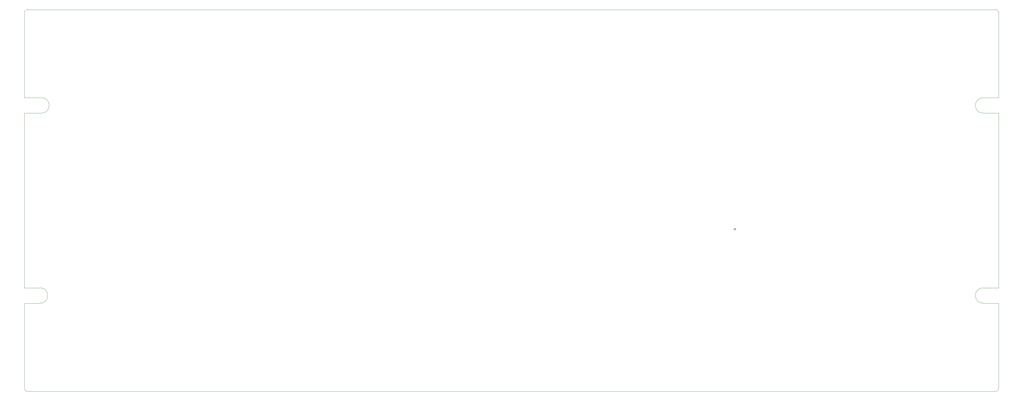
<source format=gm1>
%TF.GenerationSoftware,KiCad,Pcbnew,9.0.1*%
%TF.CreationDate,2025-06-03T04:36:32-05:00*%
%TF.ProjectId,coco2Keyboard,636f636f-324b-4657-9962-6f6172642e6b,rev?*%
%TF.SameCoordinates,Original*%
%TF.FileFunction,Profile,NP*%
%FSLAX46Y46*%
G04 Gerber Fmt 4.6, Leading zero omitted, Abs format (unit mm)*
G04 Created by KiCad (PCBNEW 9.0.1) date 2025-06-03 04:36:32*
%MOMM*%
%LPD*%
G01*
G04 APERTURE LIST*
%ADD10C,0.150000*%
%TA.AperFunction,Profile*%
%ADD11C,0.050000*%
%TD*%
G04 APERTURE END LIST*
D10*
X222336779Y-94488866D02*
X223098684Y-94488866D01*
X222717731Y-94869819D02*
X222717731Y-94107914D01*
D11*
X-6000000Y-147000000D02*
G75*
G02*
X-7000000Y-146000000I-1J999999D01*
G01*
X-2000000Y-113500000D02*
X-7000000Y-113500000D01*
X308000000Y-57000000D02*
X308000000Y-113500000D01*
X-2000000Y-113500000D02*
G75*
G02*
X-2000000Y-118500000I0J-2500000D01*
G01*
X307000000Y-23500000D02*
G75*
G02*
X308000000Y-24500000I0J-1000000D01*
G01*
X303000000Y-118500000D02*
G75*
G02*
X303000000Y-113500000I0J2500000D01*
G01*
X-7000000Y-57000000D02*
X-7000000Y-113500000D01*
X-7000000Y-24500000D02*
G75*
G02*
X-6000000Y-23500000I999999J1D01*
G01*
X-1500000Y-52000000D02*
G75*
G02*
X-1500000Y-57000000I0J-2500000D01*
G01*
X-7000000Y-118500000D02*
X-7000000Y-146000001D01*
X-2000000Y-118500000D02*
X-7000000Y-118500000D01*
X-6999999Y-52000000D02*
X-7000000Y-24499999D01*
X308000000Y-118500000D02*
X308000000Y-146000000D01*
X-6000000Y-23500000D02*
X306999999Y-23500001D01*
X308000000Y-146000000D02*
G75*
G02*
X307000000Y-147000000I-1000000J0D01*
G01*
X-1500000Y-52000000D02*
X-7000000Y-52000000D01*
X-1500000Y-57000000D02*
X-7000000Y-57000000D01*
X307000000Y-147000000D02*
X-6000000Y-147000000D01*
X303000000Y-52000000D02*
X308000000Y-52000000D01*
X303000000Y-118500000D02*
X308000000Y-118500000D01*
X303000000Y-57000000D02*
G75*
G02*
X303000000Y-52000000I0J2500000D01*
G01*
X303000000Y-113500000D02*
X308000000Y-113500000D01*
X308000000Y-24500000D02*
X308000000Y-52000000D01*
X303000000Y-57000000D02*
X308000000Y-57000000D01*
M02*

</source>
